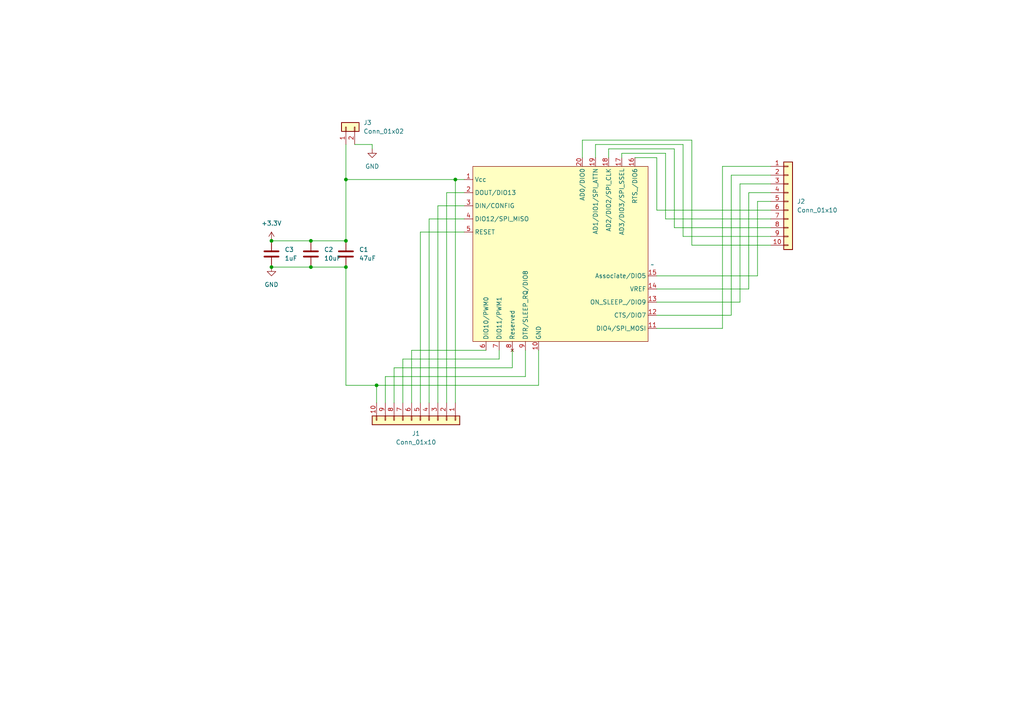
<source format=kicad_sch>
(kicad_sch
	(version 20250114)
	(generator "eeschema")
	(generator_version "9.0")
	(uuid "fe58d442-6004-4a21-ba09-1054b6f67326")
	(paper "A4")
	(lib_symbols
		(symbol "Connector_Generic:Conn_01x02"
			(pin_names
				(offset 1.016)
				(hide yes)
			)
			(exclude_from_sim no)
			(in_bom yes)
			(on_board yes)
			(property "Reference" "J"
				(at 0 2.54 0)
				(effects
					(font
						(size 1.27 1.27)
					)
				)
			)
			(property "Value" "Conn_01x02"
				(at 0 -5.08 0)
				(effects
					(font
						(size 1.27 1.27)
					)
				)
			)
			(property "Footprint" ""
				(at 0 0 0)
				(effects
					(font
						(size 1.27 1.27)
					)
					(hide yes)
				)
			)
			(property "Datasheet" "~"
				(at 0 0 0)
				(effects
					(font
						(size 1.27 1.27)
					)
					(hide yes)
				)
			)
			(property "Description" "Generic connector, single row, 01x02, script generated (kicad-library-utils/schlib/autogen/connector/)"
				(at 0 0 0)
				(effects
					(font
						(size 1.27 1.27)
					)
					(hide yes)
				)
			)
			(property "ki_keywords" "connector"
				(at 0 0 0)
				(effects
					(font
						(size 1.27 1.27)
					)
					(hide yes)
				)
			)
			(property "ki_fp_filters" "Connector*:*_1x??_*"
				(at 0 0 0)
				(effects
					(font
						(size 1.27 1.27)
					)
					(hide yes)
				)
			)
			(symbol "Conn_01x02_1_1"
				(rectangle
					(start -1.27 1.27)
					(end 1.27 -3.81)
					(stroke
						(width 0.254)
						(type default)
					)
					(fill
						(type background)
					)
				)
				(rectangle
					(start -1.27 0.127)
					(end 0 -0.127)
					(stroke
						(width 0.1524)
						(type default)
					)
					(fill
						(type none)
					)
				)
				(rectangle
					(start -1.27 -2.413)
					(end 0 -2.667)
					(stroke
						(width 0.1524)
						(type default)
					)
					(fill
						(type none)
					)
				)
				(pin passive line
					(at -5.08 0 0)
					(length 3.81)
					(name "Pin_1"
						(effects
							(font
								(size 1.27 1.27)
							)
						)
					)
					(number "1"
						(effects
							(font
								(size 1.27 1.27)
							)
						)
					)
				)
				(pin passive line
					(at -5.08 -2.54 0)
					(length 3.81)
					(name "Pin_2"
						(effects
							(font
								(size 1.27 1.27)
							)
						)
					)
					(number "2"
						(effects
							(font
								(size 1.27 1.27)
							)
						)
					)
				)
			)
			(embedded_fonts no)
		)
		(symbol "Connector_Generic:Conn_01x10"
			(pin_names
				(offset 1.016)
				(hide yes)
			)
			(exclude_from_sim no)
			(in_bom yes)
			(on_board yes)
			(property "Reference" "J"
				(at 0 12.7 0)
				(effects
					(font
						(size 1.27 1.27)
					)
				)
			)
			(property "Value" "Conn_01x10"
				(at 0 -15.24 0)
				(effects
					(font
						(size 1.27 1.27)
					)
				)
			)
			(property "Footprint" ""
				(at 0 0 0)
				(effects
					(font
						(size 1.27 1.27)
					)
					(hide yes)
				)
			)
			(property "Datasheet" "~"
				(at 0 0 0)
				(effects
					(font
						(size 1.27 1.27)
					)
					(hide yes)
				)
			)
			(property "Description" "Generic connector, single row, 01x10, script generated (kicad-library-utils/schlib/autogen/connector/)"
				(at 0 0 0)
				(effects
					(font
						(size 1.27 1.27)
					)
					(hide yes)
				)
			)
			(property "ki_keywords" "connector"
				(at 0 0 0)
				(effects
					(font
						(size 1.27 1.27)
					)
					(hide yes)
				)
			)
			(property "ki_fp_filters" "Connector*:*_1x??_*"
				(at 0 0 0)
				(effects
					(font
						(size 1.27 1.27)
					)
					(hide yes)
				)
			)
			(symbol "Conn_01x10_1_1"
				(rectangle
					(start -1.27 11.43)
					(end 1.27 -13.97)
					(stroke
						(width 0.254)
						(type default)
					)
					(fill
						(type background)
					)
				)
				(rectangle
					(start -1.27 10.287)
					(end 0 10.033)
					(stroke
						(width 0.1524)
						(type default)
					)
					(fill
						(type none)
					)
				)
				(rectangle
					(start -1.27 7.747)
					(end 0 7.493)
					(stroke
						(width 0.1524)
						(type default)
					)
					(fill
						(type none)
					)
				)
				(rectangle
					(start -1.27 5.207)
					(end 0 4.953)
					(stroke
						(width 0.1524)
						(type default)
					)
					(fill
						(type none)
					)
				)
				(rectangle
					(start -1.27 2.667)
					(end 0 2.413)
					(stroke
						(width 0.1524)
						(type default)
					)
					(fill
						(type none)
					)
				)
				(rectangle
					(start -1.27 0.127)
					(end 0 -0.127)
					(stroke
						(width 0.1524)
						(type default)
					)
					(fill
						(type none)
					)
				)
				(rectangle
					(start -1.27 -2.413)
					(end 0 -2.667)
					(stroke
						(width 0.1524)
						(type default)
					)
					(fill
						(type none)
					)
				)
				(rectangle
					(start -1.27 -4.953)
					(end 0 -5.207)
					(stroke
						(width 0.1524)
						(type default)
					)
					(fill
						(type none)
					)
				)
				(rectangle
					(start -1.27 -7.493)
					(end 0 -7.747)
					(stroke
						(width 0.1524)
						(type default)
					)
					(fill
						(type none)
					)
				)
				(rectangle
					(start -1.27 -10.033)
					(end 0 -10.287)
					(stroke
						(width 0.1524)
						(type default)
					)
					(fill
						(type none)
					)
				)
				(rectangle
					(start -1.27 -12.573)
					(end 0 -12.827)
					(stroke
						(width 0.1524)
						(type default)
					)
					(fill
						(type none)
					)
				)
				(pin passive line
					(at -5.08 10.16 0)
					(length 3.81)
					(name "Pin_1"
						(effects
							(font
								(size 1.27 1.27)
							)
						)
					)
					(number "1"
						(effects
							(font
								(size 1.27 1.27)
							)
						)
					)
				)
				(pin passive line
					(at -5.08 7.62 0)
					(length 3.81)
					(name "Pin_2"
						(effects
							(font
								(size 1.27 1.27)
							)
						)
					)
					(number "2"
						(effects
							(font
								(size 1.27 1.27)
							)
						)
					)
				)
				(pin passive line
					(at -5.08 5.08 0)
					(length 3.81)
					(name "Pin_3"
						(effects
							(font
								(size 1.27 1.27)
							)
						)
					)
					(number "3"
						(effects
							(font
								(size 1.27 1.27)
							)
						)
					)
				)
				(pin passive line
					(at -5.08 2.54 0)
					(length 3.81)
					(name "Pin_4"
						(effects
							(font
								(size 1.27 1.27)
							)
						)
					)
					(number "4"
						(effects
							(font
								(size 1.27 1.27)
							)
						)
					)
				)
				(pin passive line
					(at -5.08 0 0)
					(length 3.81)
					(name "Pin_5"
						(effects
							(font
								(size 1.27 1.27)
							)
						)
					)
					(number "5"
						(effects
							(font
								(size 1.27 1.27)
							)
						)
					)
				)
				(pin passive line
					(at -5.08 -2.54 0)
					(length 3.81)
					(name "Pin_6"
						(effects
							(font
								(size 1.27 1.27)
							)
						)
					)
					(number "6"
						(effects
							(font
								(size 1.27 1.27)
							)
						)
					)
				)
				(pin passive line
					(at -5.08 -5.08 0)
					(length 3.81)
					(name "Pin_7"
						(effects
							(font
								(size 1.27 1.27)
							)
						)
					)
					(number "7"
						(effects
							(font
								(size 1.27 1.27)
							)
						)
					)
				)
				(pin passive line
					(at -5.08 -7.62 0)
					(length 3.81)
					(name "Pin_8"
						(effects
							(font
								(size 1.27 1.27)
							)
						)
					)
					(number "8"
						(effects
							(font
								(size 1.27 1.27)
							)
						)
					)
				)
				(pin passive line
					(at -5.08 -10.16 0)
					(length 3.81)
					(name "Pin_9"
						(effects
							(font
								(size 1.27 1.27)
							)
						)
					)
					(number "9"
						(effects
							(font
								(size 1.27 1.27)
							)
						)
					)
				)
				(pin passive line
					(at -5.08 -12.7 0)
					(length 3.81)
					(name "Pin_10"
						(effects
							(font
								(size 1.27 1.27)
							)
						)
					)
					(number "10"
						(effects
							(font
								(size 1.27 1.27)
							)
						)
					)
				)
			)
			(embedded_fonts no)
		)
		(symbol "Device:C"
			(pin_numbers
				(hide yes)
			)
			(pin_names
				(offset 0.254)
			)
			(exclude_from_sim no)
			(in_bom yes)
			(on_board yes)
			(property "Reference" "C"
				(at 0.635 2.54 0)
				(effects
					(font
						(size 1.27 1.27)
					)
					(justify left)
				)
			)
			(property "Value" "C"
				(at 0.635 -2.54 0)
				(effects
					(font
						(size 1.27 1.27)
					)
					(justify left)
				)
			)
			(property "Footprint" ""
				(at 0.9652 -3.81 0)
				(effects
					(font
						(size 1.27 1.27)
					)
					(hide yes)
				)
			)
			(property "Datasheet" "~"
				(at 0 0 0)
				(effects
					(font
						(size 1.27 1.27)
					)
					(hide yes)
				)
			)
			(property "Description" "Unpolarized capacitor"
				(at 0 0 0)
				(effects
					(font
						(size 1.27 1.27)
					)
					(hide yes)
				)
			)
			(property "ki_keywords" "cap capacitor"
				(at 0 0 0)
				(effects
					(font
						(size 1.27 1.27)
					)
					(hide yes)
				)
			)
			(property "ki_fp_filters" "C_*"
				(at 0 0 0)
				(effects
					(font
						(size 1.27 1.27)
					)
					(hide yes)
				)
			)
			(symbol "C_0_1"
				(polyline
					(pts
						(xy -2.032 0.762) (xy 2.032 0.762)
					)
					(stroke
						(width 0.508)
						(type default)
					)
					(fill
						(type none)
					)
				)
				(polyline
					(pts
						(xy -2.032 -0.762) (xy 2.032 -0.762)
					)
					(stroke
						(width 0.508)
						(type default)
					)
					(fill
						(type none)
					)
				)
			)
			(symbol "C_1_1"
				(pin passive line
					(at 0 3.81 270)
					(length 2.794)
					(name "~"
						(effects
							(font
								(size 1.27 1.27)
							)
						)
					)
					(number "1"
						(effects
							(font
								(size 1.27 1.27)
							)
						)
					)
				)
				(pin passive line
					(at 0 -3.81 90)
					(length 2.794)
					(name "~"
						(effects
							(font
								(size 1.27 1.27)
							)
						)
					)
					(number "2"
						(effects
							(font
								(size 1.27 1.27)
							)
						)
					)
				)
			)
			(embedded_fonts no)
		)
		(symbol "I Swear It's Not a Swasika:XBee_Pro_THT"
			(exclude_from_sim no)
			(in_bom yes)
			(on_board yes)
			(property "Reference" "XBee"
				(at 5.08 1.27 0)
				(effects
					(font
						(size 1.27 1.27)
					)
					(hide yes)
				)
			)
			(property "Value" ""
				(at 0 0 0)
				(effects
					(font
						(size 1.27 1.27)
					)
				)
			)
			(property "Footprint" ""
				(at 0 0 0)
				(effects
					(font
						(size 1.27 1.27)
					)
					(hide yes)
				)
			)
			(property "Datasheet" ""
				(at 0 0 0)
				(effects
					(font
						(size 1.27 1.27)
					)
					(hide yes)
				)
			)
			(property "Description" ""
				(at 0 0 0)
				(effects
					(font
						(size 1.27 1.27)
					)
					(hide yes)
				)
			)
			(symbol "XBee_Pro_THT_1_0"
				(pin no_connect line
					(at -8.89 -26.67 90)
					(length 2.54)
					(name "Reserved"
						(effects
							(font
								(size 1.27 1.27)
							)
						)
					)
					(number "8"
						(effects
							(font
								(size 1.27 1.27)
							)
						)
					)
				)
				(pin bidirectional line
					(at -5.08 -26.67 90)
					(length 2.54)
					(name "DTR/SLEEP_RQ/DIO8"
						(effects
							(font
								(size 1.27 1.27)
							)
						)
					)
					(number "9"
						(effects
							(font
								(size 1.27 1.27)
							)
						)
					)
				)
				(pin power_in line
					(at -1.27 -26.67 90)
					(length 2.54)
					(name "GND"
						(effects
							(font
								(size 1.27 1.27)
							)
						)
					)
					(number "10"
						(effects
							(font
								(size 1.27 1.27)
							)
						)
					)
				)
				(pin bidirectional line
					(at 11.43 29.21 270)
					(length 2.54)
					(name "AD0/DIO0"
						(effects
							(font
								(size 1.27 1.27)
							)
						)
					)
					(number "20"
						(effects
							(font
								(size 1.27 1.27)
							)
						)
					)
				)
				(pin bidirectional line
					(at 15.24 29.21 270)
					(length 2.54)
					(name "AD1/DIO1/SPI_ATTN"
						(effects
							(font
								(size 1.27 1.27)
							)
						)
					)
					(number "19"
						(effects
							(font
								(size 1.27 1.27)
							)
						)
					)
				)
				(pin bidirectional line
					(at 19.05 29.21 270)
					(length 2.54)
					(name "AD2/DIO2/SPI_CLK"
						(effects
							(font
								(size 1.27 1.27)
							)
						)
					)
					(number "18"
						(effects
							(font
								(size 1.27 1.27)
							)
						)
					)
				)
				(pin bidirectional line
					(at 22.86 29.21 270)
					(length 2.54)
					(name "AD3/DIO3/SPI_SSEL"
						(effects
							(font
								(size 1.27 1.27)
							)
						)
					)
					(number "17"
						(effects
							(font
								(size 1.27 1.27)
							)
						)
					)
				)
				(pin bidirectional line
					(at 26.67 29.21 270)
					(length 2.54)
					(name "RTS_/DIO6"
						(effects
							(font
								(size 1.27 1.27)
							)
						)
					)
					(number "16"
						(effects
							(font
								(size 1.27 1.27)
							)
						)
					)
				)
				(pin bidirectional line
					(at 33.02 -5.08 180)
					(length 2.54)
					(name "Associate/DIO5"
						(effects
							(font
								(size 1.27 1.27)
							)
						)
					)
					(number "15"
						(effects
							(font
								(size 1.27 1.27)
							)
						)
					)
				)
				(pin input line
					(at 33.02 -8.89 180)
					(length 2.54)
					(name "VREF"
						(effects
							(font
								(size 1.27 1.27)
							)
						)
					)
					(number "14"
						(effects
							(font
								(size 1.27 1.27)
							)
						)
					)
				)
				(pin output line
					(at 33.02 -12.7 180)
					(length 2.54)
					(name "ON_SLEEP_/DIO9"
						(effects
							(font
								(size 1.27 1.27)
							)
						)
					)
					(number "13"
						(effects
							(font
								(size 1.27 1.27)
							)
						)
					)
				)
				(pin bidirectional line
					(at 33.02 -16.51 180)
					(length 2.54)
					(name "CTS/DIO7"
						(effects
							(font
								(size 1.27 1.27)
							)
						)
					)
					(number "12"
						(effects
							(font
								(size 1.27 1.27)
							)
						)
					)
				)
				(pin bidirectional line
					(at 33.02 -20.32 180)
					(length 2.54)
					(name "DIO4/SPI_MOSI"
						(effects
							(font
								(size 1.27 1.27)
							)
						)
					)
					(number "11"
						(effects
							(font
								(size 1.27 1.27)
							)
						)
					)
				)
			)
			(symbol "XBee_Pro_THT_1_1"
				(rectangle
					(start -20.32 26.67)
					(end 30.48 -24.13)
					(stroke
						(width 0)
						(type solid)
					)
					(fill
						(type background)
					)
				)
				(pin power_in line
					(at -22.86 22.86 0)
					(length 2.54)
					(name "Vcc"
						(effects
							(font
								(size 1.27 1.27)
							)
						)
					)
					(number "1"
						(effects
							(font
								(size 1.27 1.27)
							)
						)
					)
				)
				(pin bidirectional line
					(at -22.86 19.05 0)
					(length 2.54)
					(name "DOUT/DIO13"
						(effects
							(font
								(size 1.27 1.27)
							)
						)
					)
					(number "2"
						(effects
							(font
								(size 1.27 1.27)
							)
						)
					)
				)
				(pin bidirectional line
					(at -22.86 15.24 0)
					(length 2.54)
					(name "DIN/CONFIG"
						(effects
							(font
								(size 1.27 1.27)
							)
						)
					)
					(number "3"
						(effects
							(font
								(size 1.27 1.27)
							)
						)
					)
				)
				(pin bidirectional line
					(at -22.86 11.43 0)
					(length 2.54)
					(name "DIO12/SPI_MISO"
						(effects
							(font
								(size 1.27 1.27)
							)
						)
					)
					(number "4"
						(effects
							(font
								(size 1.27 1.27)
							)
						)
					)
				)
				(pin input line
					(at -22.86 7.62 0)
					(length 2.54)
					(name "RESET"
						(effects
							(font
								(size 1.27 1.27)
							)
						)
					)
					(number "5"
						(effects
							(font
								(size 1.27 1.27)
							)
						)
					)
				)
				(pin bidirectional line
					(at -16.51 -26.67 90)
					(length 2.54)
					(name "DIO10/PWM0"
						(effects
							(font
								(size 1.27 1.27)
							)
						)
					)
					(number "6"
						(effects
							(font
								(size 1.27 1.27)
							)
						)
					)
				)
				(pin bidirectional line
					(at -12.7 -26.67 90)
					(length 2.54)
					(name "DIO11/PWM1"
						(effects
							(font
								(size 1.27 1.27)
							)
						)
					)
					(number "7"
						(effects
							(font
								(size 1.27 1.27)
							)
						)
					)
				)
			)
			(embedded_fonts no)
		)
		(symbol "power:+3.3V"
			(power)
			(pin_numbers
				(hide yes)
			)
			(pin_names
				(offset 0)
				(hide yes)
			)
			(exclude_from_sim no)
			(in_bom yes)
			(on_board yes)
			(property "Reference" "#PWR"
				(at 0 -3.81 0)
				(effects
					(font
						(size 1.27 1.27)
					)
					(hide yes)
				)
			)
			(property "Value" "+3.3V"
				(at 0 3.556 0)
				(effects
					(font
						(size 1.27 1.27)
					)
				)
			)
			(property "Footprint" ""
				(at 0 0 0)
				(effects
					(font
						(size 1.27 1.27)
					)
					(hide yes)
				)
			)
			(property "Datasheet" ""
				(at 0 0 0)
				(effects
					(font
						(size 1.27 1.27)
					)
					(hide yes)
				)
			)
			(property "Description" "Power symbol creates a global label with name \"+3.3V\""
				(at 0 0 0)
				(effects
					(font
						(size 1.27 1.27)
					)
					(hide yes)
				)
			)
			(property "ki_keywords" "global power"
				(at 0 0 0)
				(effects
					(font
						(size 1.27 1.27)
					)
					(hide yes)
				)
			)
			(symbol "+3.3V_0_1"
				(polyline
					(pts
						(xy -0.762 1.27) (xy 0 2.54)
					)
					(stroke
						(width 0)
						(type default)
					)
					(fill
						(type none)
					)
				)
				(polyline
					(pts
						(xy 0 2.54) (xy 0.762 1.27)
					)
					(stroke
						(width 0)
						(type default)
					)
					(fill
						(type none)
					)
				)
				(polyline
					(pts
						(xy 0 0) (xy 0 2.54)
					)
					(stroke
						(width 0)
						(type default)
					)
					(fill
						(type none)
					)
				)
			)
			(symbol "+3.3V_1_1"
				(pin power_in line
					(at 0 0 90)
					(length 0)
					(name "~"
						(effects
							(font
								(size 1.27 1.27)
							)
						)
					)
					(number "1"
						(effects
							(font
								(size 1.27 1.27)
							)
						)
					)
				)
			)
			(embedded_fonts no)
		)
		(symbol "power:GND"
			(power)
			(pin_numbers
				(hide yes)
			)
			(pin_names
				(offset 0)
				(hide yes)
			)
			(exclude_from_sim no)
			(in_bom yes)
			(on_board yes)
			(property "Reference" "#PWR"
				(at 0 -6.35 0)
				(effects
					(font
						(size 1.27 1.27)
					)
					(hide yes)
				)
			)
			(property "Value" "GND"
				(at 0 -3.81 0)
				(effects
					(font
						(size 1.27 1.27)
					)
				)
			)
			(property "Footprint" ""
				(at 0 0 0)
				(effects
					(font
						(size 1.27 1.27)
					)
					(hide yes)
				)
			)
			(property "Datasheet" ""
				(at 0 0 0)
				(effects
					(font
						(size 1.27 1.27)
					)
					(hide yes)
				)
			)
			(property "Description" "Power symbol creates a global label with name \"GND\" , ground"
				(at 0 0 0)
				(effects
					(font
						(size 1.27 1.27)
					)
					(hide yes)
				)
			)
			(property "ki_keywords" "global power"
				(at 0 0 0)
				(effects
					(font
						(size 1.27 1.27)
					)
					(hide yes)
				)
			)
			(symbol "GND_0_1"
				(polyline
					(pts
						(xy 0 0) (xy 0 -1.27) (xy 1.27 -1.27) (xy 0 -2.54) (xy -1.27 -1.27) (xy 0 -1.27)
					)
					(stroke
						(width 0)
						(type default)
					)
					(fill
						(type none)
					)
				)
			)
			(symbol "GND_1_1"
				(pin power_in line
					(at 0 0 270)
					(length 0)
					(name "~"
						(effects
							(font
								(size 1.27 1.27)
							)
						)
					)
					(number "1"
						(effects
							(font
								(size 1.27 1.27)
							)
						)
					)
				)
			)
			(embedded_fonts no)
		)
	)
	(junction
		(at 78.74 69.85)
		(diameter 0)
		(color 0 0 0 0)
		(uuid "0e8f6fb5-7df7-4548-b91e-ba784788af31")
	)
	(junction
		(at 90.17 77.47)
		(diameter 0)
		(color 0 0 0 0)
		(uuid "4b0dbde2-7021-4dcd-b45a-5d2da7f6349b")
	)
	(junction
		(at 100.33 77.47)
		(diameter 0)
		(color 0 0 0 0)
		(uuid "69730a05-21da-4e7d-8aae-14873f116572")
	)
	(junction
		(at 100.33 69.85)
		(diameter 0)
		(color 0 0 0 0)
		(uuid "76e911b2-c2a8-46d8-9ca9-d551adcb58b0")
	)
	(junction
		(at 90.17 69.85)
		(diameter 0)
		(color 0 0 0 0)
		(uuid "779f87d1-d20c-4c43-b11b-750096d49e81")
	)
	(junction
		(at 78.74 77.47)
		(diameter 0)
		(color 0 0 0 0)
		(uuid "7a4e9921-05b3-42fe-9c99-c51bc36a184a")
	)
	(junction
		(at 100.33 52.07)
		(diameter 0)
		(color 0 0 0 0)
		(uuid "8946a567-113c-4467-8a39-dbd0226f5d94")
	)
	(junction
		(at 109.22 111.76)
		(diameter 0)
		(color 0 0 0 0)
		(uuid "adbdf30f-90e3-47bc-9cb8-9dc9559a97ca")
	)
	(junction
		(at 132.08 52.07)
		(diameter 0)
		(color 0 0 0 0)
		(uuid "fa432a7f-8956-4528-8eb9-b0f123aea51b")
	)
	(wire
		(pts
			(xy 148.59 101.6) (xy 148.59 106.68)
		)
		(stroke
			(width 0)
			(type default)
		)
		(uuid "046da797-c851-4744-ad5c-383490df919a")
	)
	(wire
		(pts
			(xy 190.5 80.01) (xy 219.71 80.01)
		)
		(stroke
			(width 0)
			(type default)
		)
		(uuid "057f840e-ac30-4197-a132-37022f53d1b3")
	)
	(wire
		(pts
			(xy 195.58 43.18) (xy 195.58 66.04)
		)
		(stroke
			(width 0)
			(type default)
		)
		(uuid "09040549-225a-4086-a176-1a57730a7d5c")
	)
	(wire
		(pts
			(xy 90.17 69.85) (xy 100.33 69.85)
		)
		(stroke
			(width 0)
			(type default)
		)
		(uuid "0a4d2f25-e50f-46fa-925c-05f0d47318f2")
	)
	(wire
		(pts
			(xy 144.78 101.6) (xy 144.78 104.14)
		)
		(stroke
			(width 0)
			(type default)
		)
		(uuid "0b8d6585-8f83-4aed-bc9f-62d897a99d26")
	)
	(wire
		(pts
			(xy 78.74 69.85) (xy 90.17 69.85)
		)
		(stroke
			(width 0)
			(type default)
		)
		(uuid "1283ecf5-053b-444d-bde7-00ebd9318ca3")
	)
	(wire
		(pts
			(xy 214.63 53.34) (xy 223.52 53.34)
		)
		(stroke
			(width 0)
			(type default)
		)
		(uuid "144b4544-4be1-40f1-8583-118715118235")
	)
	(wire
		(pts
			(xy 214.63 87.63) (xy 214.63 53.34)
		)
		(stroke
			(width 0)
			(type default)
		)
		(uuid "153e265c-1b62-4abc-8299-f7f113734186")
	)
	(wire
		(pts
			(xy 109.22 111.76) (xy 109.22 116.84)
		)
		(stroke
			(width 0)
			(type default)
		)
		(uuid "165143c3-0dae-45dd-a44d-eed59b581955")
	)
	(wire
		(pts
			(xy 209.55 95.25) (xy 209.55 48.26)
		)
		(stroke
			(width 0)
			(type default)
		)
		(uuid "17a96c7e-d6d8-40e2-bd3e-5a0358c79491")
	)
	(wire
		(pts
			(xy 217.17 83.82) (xy 217.17 55.88)
		)
		(stroke
			(width 0)
			(type default)
		)
		(uuid "17c76cb2-5286-4b72-af05-a94770a10258")
	)
	(wire
		(pts
			(xy 100.33 111.76) (xy 109.22 111.76)
		)
		(stroke
			(width 0)
			(type default)
		)
		(uuid "21ee753e-af47-42d0-9288-ce6fc145c2c8")
	)
	(wire
		(pts
			(xy 219.71 58.42) (xy 223.52 58.42)
		)
		(stroke
			(width 0)
			(type default)
		)
		(uuid "2294b8a8-01c6-4fc7-b171-9ea111920e93")
	)
	(wire
		(pts
			(xy 184.15 45.72) (xy 190.5 45.72)
		)
		(stroke
			(width 0)
			(type default)
		)
		(uuid "2531bbfd-8825-4de9-bb8a-5a95261e74f9")
	)
	(wire
		(pts
			(xy 119.38 101.6) (xy 119.38 116.84)
		)
		(stroke
			(width 0)
			(type default)
		)
		(uuid "27139620-646e-45ac-a132-9d52385f021f")
	)
	(wire
		(pts
			(xy 190.5 83.82) (xy 217.17 83.82)
		)
		(stroke
			(width 0)
			(type default)
		)
		(uuid "272abe69-5b1f-4148-beee-c85398c95e8d")
	)
	(wire
		(pts
			(xy 116.84 104.14) (xy 116.84 116.84)
		)
		(stroke
			(width 0)
			(type default)
		)
		(uuid "276ab2d7-f41f-4420-8d74-457813581fde")
	)
	(wire
		(pts
			(xy 134.62 63.5) (xy 124.46 63.5)
		)
		(stroke
			(width 0)
			(type default)
		)
		(uuid "2862b134-81a8-4a94-99c5-79154a3c7398")
	)
	(wire
		(pts
			(xy 190.5 95.25) (xy 209.55 95.25)
		)
		(stroke
			(width 0)
			(type default)
		)
		(uuid "28b4205e-b45b-44f1-84bc-55eac074d5d3")
	)
	(wire
		(pts
			(xy 176.53 43.18) (xy 195.58 43.18)
		)
		(stroke
			(width 0)
			(type default)
		)
		(uuid "31852242-da0c-49e4-9594-ac4b4bc0893b")
	)
	(wire
		(pts
			(xy 198.12 68.58) (xy 223.52 68.58)
		)
		(stroke
			(width 0)
			(type default)
		)
		(uuid "3a49add7-16a7-4351-a317-a6638ea8e45a")
	)
	(wire
		(pts
			(xy 100.33 52.07) (xy 132.08 52.07)
		)
		(stroke
			(width 0)
			(type default)
		)
		(uuid "3be304b9-609c-4c2f-97ff-f43e36142386")
	)
	(wire
		(pts
			(xy 212.09 50.8) (xy 223.52 50.8)
		)
		(stroke
			(width 0)
			(type default)
		)
		(uuid "3ce69ed9-2000-4872-ae7b-b4dad88d665c")
	)
	(wire
		(pts
			(xy 129.54 55.88) (xy 129.54 116.84)
		)
		(stroke
			(width 0)
			(type default)
		)
		(uuid "436ead85-edb6-4453-b982-b99c4b256668")
	)
	(wire
		(pts
			(xy 124.46 63.5) (xy 124.46 116.84)
		)
		(stroke
			(width 0)
			(type default)
		)
		(uuid "4731914f-5991-4602-b729-ad5d8f45a98e")
	)
	(wire
		(pts
			(xy 172.72 41.91) (xy 198.12 41.91)
		)
		(stroke
			(width 0)
			(type default)
		)
		(uuid "47617db3-7985-4299-bfba-e64e76d38544")
	)
	(wire
		(pts
			(xy 127 59.69) (xy 127 116.84)
		)
		(stroke
			(width 0)
			(type default)
		)
		(uuid "48fe164c-693b-45e3-ae90-f9e4acb901e0")
	)
	(wire
		(pts
			(xy 134.62 52.07) (xy 132.08 52.07)
		)
		(stroke
			(width 0)
			(type default)
		)
		(uuid "4b2461ab-a0a6-4f75-b9df-6ade35bedbdf")
	)
	(wire
		(pts
			(xy 100.33 77.47) (xy 100.33 111.76)
		)
		(stroke
			(width 0)
			(type default)
		)
		(uuid "4bad8220-7487-4f97-8634-8d4b2d646166")
	)
	(wire
		(pts
			(xy 217.17 55.88) (xy 223.52 55.88)
		)
		(stroke
			(width 0)
			(type default)
		)
		(uuid "4ce7b659-744c-43e3-a1ea-992a31a20287")
	)
	(wire
		(pts
			(xy 209.55 48.26) (xy 223.52 48.26)
		)
		(stroke
			(width 0)
			(type default)
		)
		(uuid "54b2c7a7-7e37-48ea-b0ab-672ff5e6c4c4")
	)
	(wire
		(pts
			(xy 134.62 59.69) (xy 127 59.69)
		)
		(stroke
			(width 0)
			(type default)
		)
		(uuid "57e24dbf-ae78-43e4-b9dd-f70d40cfa490")
	)
	(wire
		(pts
			(xy 180.34 45.72) (xy 180.34 44.45)
		)
		(stroke
			(width 0)
			(type default)
		)
		(uuid "5b71d33a-2855-4f5b-9d00-43cce4c06849")
	)
	(wire
		(pts
			(xy 190.5 45.72) (xy 190.5 60.96)
		)
		(stroke
			(width 0)
			(type default)
		)
		(uuid "6042960a-f2f4-4fff-8fd0-3173d0b77a36")
	)
	(wire
		(pts
			(xy 176.53 45.72) (xy 176.53 43.18)
		)
		(stroke
			(width 0)
			(type default)
		)
		(uuid "6295ce89-82f3-4c32-9bb5-5812fc78d329")
	)
	(wire
		(pts
			(xy 152.4 109.22) (xy 111.76 109.22)
		)
		(stroke
			(width 0)
			(type default)
		)
		(uuid "6aad87fa-8458-4cba-96d0-3a8b1584d4b0")
	)
	(wire
		(pts
			(xy 107.95 41.91) (xy 102.87 41.91)
		)
		(stroke
			(width 0)
			(type default)
		)
		(uuid "6c407643-bafc-4a92-b958-df1e8710008c")
	)
	(wire
		(pts
			(xy 100.33 69.85) (xy 100.33 52.07)
		)
		(stroke
			(width 0)
			(type default)
		)
		(uuid "712327de-6084-4eb6-ac9c-3e9832281e40")
	)
	(wire
		(pts
			(xy 168.91 45.72) (xy 168.91 40.64)
		)
		(stroke
			(width 0)
			(type default)
		)
		(uuid "772a1905-95db-4928-b7cd-abc9347578cd")
	)
	(wire
		(pts
			(xy 198.12 41.91) (xy 198.12 68.58)
		)
		(stroke
			(width 0)
			(type default)
		)
		(uuid "7dc2e7be-c772-40da-a819-2dab966aa159")
	)
	(wire
		(pts
			(xy 219.71 80.01) (xy 219.71 58.42)
		)
		(stroke
			(width 0)
			(type default)
		)
		(uuid "81b88b69-c3da-46d9-96a8-a91a03fb4e33")
	)
	(wire
		(pts
			(xy 78.74 77.47) (xy 90.17 77.47)
		)
		(stroke
			(width 0)
			(type default)
		)
		(uuid "8a26bc2e-5c84-4074-bf71-924b81c301c8")
	)
	(wire
		(pts
			(xy 195.58 66.04) (xy 223.52 66.04)
		)
		(stroke
			(width 0)
			(type default)
		)
		(uuid "8c725b33-d60c-4fc9-87a5-d59ca2cea60a")
	)
	(wire
		(pts
			(xy 200.66 40.64) (xy 200.66 71.12)
		)
		(stroke
			(width 0)
			(type default)
		)
		(uuid "9158271d-3944-4e60-ae19-71ccec9c378e")
	)
	(wire
		(pts
			(xy 156.21 101.6) (xy 156.21 111.76)
		)
		(stroke
			(width 0)
			(type default)
		)
		(uuid "939f94dc-d7b6-4e36-8874-2b254514701b")
	)
	(wire
		(pts
			(xy 107.95 43.18) (xy 107.95 41.91)
		)
		(stroke
			(width 0)
			(type default)
		)
		(uuid "9543037a-4f85-4725-9d5e-dd3f383f6b4a")
	)
	(wire
		(pts
			(xy 114.3 106.68) (xy 114.3 116.84)
		)
		(stroke
			(width 0)
			(type default)
		)
		(uuid "984bc22f-0535-41cf-8ec1-e3fc86edfb2a")
	)
	(wire
		(pts
			(xy 193.04 63.5) (xy 223.52 63.5)
		)
		(stroke
			(width 0)
			(type default)
		)
		(uuid "9a16e2f4-a1ef-4b97-8df2-7026df497f2d")
	)
	(wire
		(pts
			(xy 100.33 41.91) (xy 100.33 52.07)
		)
		(stroke
			(width 0)
			(type default)
		)
		(uuid "9e56fa3d-25aa-4fd7-bd43-ef0c63becf6a")
	)
	(wire
		(pts
			(xy 190.5 60.96) (xy 223.52 60.96)
		)
		(stroke
			(width 0)
			(type default)
		)
		(uuid "ab009601-384a-4c12-a7fd-8f0823128f02")
	)
	(wire
		(pts
			(xy 193.04 44.45) (xy 193.04 63.5)
		)
		(stroke
			(width 0)
			(type default)
		)
		(uuid "b03db602-4ff1-45cc-9751-0153ffb95f12")
	)
	(wire
		(pts
			(xy 132.08 52.07) (xy 132.08 116.84)
		)
		(stroke
			(width 0)
			(type default)
		)
		(uuid "b472017f-08c0-47b0-942a-d9a4e31677b9")
	)
	(wire
		(pts
			(xy 180.34 44.45) (xy 193.04 44.45)
		)
		(stroke
			(width 0)
			(type default)
		)
		(uuid "b7418356-044d-426f-b17c-cda8092f9308")
	)
	(wire
		(pts
			(xy 168.91 40.64) (xy 200.66 40.64)
		)
		(stroke
			(width 0)
			(type default)
		)
		(uuid "b8dc0c34-e5ac-487f-bb79-f2cc0b536801")
	)
	(wire
		(pts
			(xy 144.78 104.14) (xy 116.84 104.14)
		)
		(stroke
			(width 0)
			(type default)
		)
		(uuid "bdc77556-cb0e-4a7f-8b88-c00c0e158839")
	)
	(wire
		(pts
			(xy 172.72 45.72) (xy 172.72 41.91)
		)
		(stroke
			(width 0)
			(type default)
		)
		(uuid "be3a6405-e9af-4d72-aea2-81dea91ab1ed")
	)
	(wire
		(pts
			(xy 134.62 55.88) (xy 129.54 55.88)
		)
		(stroke
			(width 0)
			(type default)
		)
		(uuid "c44a73cb-e055-4be1-b97d-ec379f4790eb")
	)
	(wire
		(pts
			(xy 156.21 111.76) (xy 109.22 111.76)
		)
		(stroke
			(width 0)
			(type default)
		)
		(uuid "c61f0a0b-a0b6-43fc-88aa-02b9d6984ec5")
	)
	(wire
		(pts
			(xy 134.62 67.31) (xy 121.92 67.31)
		)
		(stroke
			(width 0)
			(type default)
		)
		(uuid "c9be7964-29f3-4b88-a244-c2119c9c6ec9")
	)
	(wire
		(pts
			(xy 90.17 77.47) (xy 100.33 77.47)
		)
		(stroke
			(width 0)
			(type default)
		)
		(uuid "cc024942-f7fc-4a92-beb4-f68dc640af85")
	)
	(wire
		(pts
			(xy 212.09 91.44) (xy 212.09 50.8)
		)
		(stroke
			(width 0)
			(type default)
		)
		(uuid "d097cb1f-612b-4540-8528-30881437ec14")
	)
	(wire
		(pts
			(xy 190.5 87.63) (xy 214.63 87.63)
		)
		(stroke
			(width 0)
			(type default)
		)
		(uuid "d567ce9d-5cf3-43f9-b78c-7ade0ec36b28")
	)
	(wire
		(pts
			(xy 121.92 67.31) (xy 121.92 116.84)
		)
		(stroke
			(width 0)
			(type default)
		)
		(uuid "d72104dd-2c74-4ba5-8132-b1100988c7c9")
	)
	(wire
		(pts
			(xy 148.59 106.68) (xy 114.3 106.68)
		)
		(stroke
			(width 0)
			(type default)
		)
		(uuid "dba861fb-4c03-41ae-854c-3f33b8e44f51")
	)
	(wire
		(pts
			(xy 200.66 71.12) (xy 223.52 71.12)
		)
		(stroke
			(width 0)
			(type default)
		)
		(uuid "e1d8d9f4-c020-4ca3-8ebb-87f619e6f6c2")
	)
	(wire
		(pts
			(xy 111.76 109.22) (xy 111.76 116.84)
		)
		(stroke
			(width 0)
			(type default)
		)
		(uuid "e55a96b7-18ff-4c5e-95a9-83a3053c40ed")
	)
	(wire
		(pts
			(xy 140.97 101.6) (xy 119.38 101.6)
		)
		(stroke
			(width 0)
			(type default)
		)
		(uuid "e9bb3471-4d01-4859-b89c-40d77e1fa136")
	)
	(wire
		(pts
			(xy 152.4 101.6) (xy 152.4 109.22)
		)
		(stroke
			(width 0)
			(type default)
		)
		(uuid "f07eccc4-f680-4d34-b36b-63ced908871f")
	)
	(wire
		(pts
			(xy 190.5 91.44) (xy 212.09 91.44)
		)
		(stroke
			(width 0)
			(type default)
		)
		(uuid "fa94866f-18a2-4332-9b10-90417f66aee0")
	)
	(symbol
		(lib_id "power:GND")
		(at 107.95 43.18 0)
		(unit 1)
		(exclude_from_sim no)
		(in_bom yes)
		(on_board yes)
		(dnp no)
		(fields_autoplaced yes)
		(uuid "02b37eca-efb7-4482-8ac7-9ddc1fabf278")
		(property "Reference" "#PWR03"
			(at 107.95 49.53 0)
			(effects
				(font
					(size 1.27 1.27)
				)
				(hide yes)
			)
		)
		(property "Value" "GND"
			(at 107.95 48.26 0)
			(effects
				(font
					(size 1.27 1.27)
				)
			)
		)
		(property "Footprint" ""
			(at 107.95 43.18 0)
			(effects
				(font
					(size 1.27 1.27)
				)
				(hide yes)
			)
		)
		(property "Datasheet" ""
			(at 107.95 43.18 0)
			(effects
				(font
					(size 1.27 1.27)
				)
				(hide yes)
			)
		)
		(property "Description" "Power symbol creates a global label with name \"GND\" , ground"
			(at 107.95 43.18 0)
			(effects
				(font
					(size 1.27 1.27)
				)
				(hide yes)
			)
		)
		(pin "1"
			(uuid "91579cb8-f0b7-4012-a8f9-4807ffbec7e9")
		)
		(instances
			(project "XBee Pro THT Mounting PCB"
				(path "/fe58d442-6004-4a21-ba09-1054b6f67326"
					(reference "#PWR03")
					(unit 1)
				)
			)
		)
	)
	(symbol
		(lib_id "Connector_Generic:Conn_01x02")
		(at 100.33 36.83 90)
		(unit 1)
		(exclude_from_sim no)
		(in_bom yes)
		(on_board yes)
		(dnp no)
		(fields_autoplaced yes)
		(uuid "1b6da1bf-110f-4055-add9-2f6c051b0e8c")
		(property "Reference" "J3"
			(at 105.41 35.5599 90)
			(effects
				(font
					(size 1.27 1.27)
				)
				(justify right)
			)
		)
		(property "Value" "Conn_01x02"
			(at 105.41 38.0999 90)
			(effects
				(font
					(size 1.27 1.27)
				)
				(justify right)
			)
		)
		(property "Footprint" "Connector_PinHeader_2.54mm:PinHeader_1x02_P2.54mm_Vertical"
			(at 100.33 36.83 0)
			(effects
				(font
					(size 1.27 1.27)
				)
				(hide yes)
			)
		)
		(property "Datasheet" "~"
			(at 100.33 36.83 0)
			(effects
				(font
					(size 1.27 1.27)
				)
				(hide yes)
			)
		)
		(property "Description" "Generic connector, single row, 01x02, script generated (kicad-library-utils/schlib/autogen/connector/)"
			(at 100.33 36.83 0)
			(effects
				(font
					(size 1.27 1.27)
				)
				(hide yes)
			)
		)
		(pin "1"
			(uuid "0485931f-37ab-4aee-8c50-e3aa9ed96cd9")
		)
		(pin "2"
			(uuid "486b10ec-e1b6-452c-9e21-edf705a01d06")
		)
		(instances
			(project ""
				(path "/fe58d442-6004-4a21-ba09-1054b6f67326"
					(reference "J3")
					(unit 1)
				)
			)
		)
	)
	(symbol
		(lib_id "power:+3.3V")
		(at 78.74 69.85 0)
		(unit 1)
		(exclude_from_sim no)
		(in_bom yes)
		(on_board yes)
		(dnp no)
		(fields_autoplaced yes)
		(uuid "450c84e8-a0a3-40f4-bcf6-cd67c2380679")
		(property "Reference" "#PWR01"
			(at 78.74 73.66 0)
			(effects
				(font
					(size 1.27 1.27)
				)
				(hide yes)
			)
		)
		(property "Value" "+3.3V"
			(at 78.74 64.77 0)
			(effects
				(font
					(size 1.27 1.27)
				)
			)
		)
		(property "Footprint" ""
			(at 78.74 69.85 0)
			(effects
				(font
					(size 1.27 1.27)
				)
				(hide yes)
			)
		)
		(property "Datasheet" ""
			(at 78.74 69.85 0)
			(effects
				(font
					(size 1.27 1.27)
				)
				(hide yes)
			)
		)
		(property "Description" "Power symbol creates a global label with name \"+3.3V\""
			(at 78.74 69.85 0)
			(effects
				(font
					(size 1.27 1.27)
				)
				(hide yes)
			)
		)
		(pin "1"
			(uuid "a07697cc-75a4-40dd-8197-22a3c12b77db")
		)
		(instances
			(project ""
				(path "/fe58d442-6004-4a21-ba09-1054b6f67326"
					(reference "#PWR01")
					(unit 1)
				)
			)
		)
	)
	(symbol
		(lib_id "power:GND")
		(at 78.74 77.47 0)
		(unit 1)
		(exclude_from_sim no)
		(in_bom yes)
		(on_board yes)
		(dnp no)
		(fields_autoplaced yes)
		(uuid "871df3b8-8589-4479-823c-47cc2231d09a")
		(property "Reference" "#PWR02"
			(at 78.74 83.82 0)
			(effects
				(font
					(size 1.27 1.27)
				)
				(hide yes)
			)
		)
		(property "Value" "GND"
			(at 78.74 82.55 0)
			(effects
				(font
					(size 1.27 1.27)
				)
			)
		)
		(property "Footprint" ""
			(at 78.74 77.47 0)
			(effects
				(font
					(size 1.27 1.27)
				)
				(hide yes)
			)
		)
		(property "Datasheet" ""
			(at 78.74 77.47 0)
			(effects
				(font
					(size 1.27 1.27)
				)
				(hide yes)
			)
		)
		(property "Description" "Power symbol creates a global label with name \"GND\" , ground"
			(at 78.74 77.47 0)
			(effects
				(font
					(size 1.27 1.27)
				)
				(hide yes)
			)
		)
		(pin "1"
			(uuid "ed171852-75c4-4d7d-8449-9dd8e93cdf03")
		)
		(instances
			(project ""
				(path "/fe58d442-6004-4a21-ba09-1054b6f67326"
					(reference "#PWR02")
					(unit 1)
				)
			)
		)
	)
	(symbol
		(lib_id "I Swear It's Not a Swasika:XBee_Pro_THT")
		(at 157.48 74.93 0)
		(unit 1)
		(exclude_from_sim no)
		(in_bom yes)
		(on_board yes)
		(dnp no)
		(fields_autoplaced yes)
		(uuid "b790c55d-fd16-46c2-be22-3930056285d8")
		(property "Reference" "XBee1"
			(at 162.56 73.66 0)
			(effects
				(font
					(size 1.27 1.27)
				)
				(hide yes)
			)
		)
		(property "Value" "~"
			(at 189.23 76.7649 0)
			(effects
				(font
					(size 1.27 1.27)
				)
			)
		)
		(property "Footprint" "Footprint Fetish:XBee Pro THT Double"
			(at 157.48 74.93 0)
			(effects
				(font
					(size 1.27 1.27)
				)
				(hide yes)
			)
		)
		(property "Datasheet" ""
			(at 157.48 74.93 0)
			(effects
				(font
					(size 1.27 1.27)
				)
				(hide yes)
			)
		)
		(property "Description" ""
			(at 157.48 74.93 0)
			(effects
				(font
					(size 1.27 1.27)
				)
				(hide yes)
			)
		)
		(pin "4"
			(uuid "3475178e-666a-4050-8901-b2b5a9c9c7db")
		)
		(pin "6"
			(uuid "d54fa1e2-da0c-46c6-b706-e6ebd0c986b1")
		)
		(pin "19"
			(uuid "46885f21-7499-4677-a07c-3cc3da4080be")
		)
		(pin "11"
			(uuid "5aeafbdc-b9ae-4e5a-bfd6-a56bc453f0ce")
		)
		(pin "8"
			(uuid "250a2fd0-24db-4ce3-a9af-03222357e3fd")
		)
		(pin "13"
			(uuid "2a6fddfa-a300-4872-96dd-13eda1c9920c")
		)
		(pin "3"
			(uuid "7b9505a5-f457-43a1-af15-1728ae40f71e")
		)
		(pin "20"
			(uuid "242bb98f-44cc-4e91-a7e5-b89f01418744")
		)
		(pin "18"
			(uuid "bdbd77ae-4f0d-416f-af19-059da61b3b6c")
		)
		(pin "10"
			(uuid "46cf115a-7c3f-4342-ab57-16f341807429")
		)
		(pin "17"
			(uuid "db21e5a4-7c14-4774-a71b-4faa2108ffb2")
		)
		(pin "16"
			(uuid "3196edc7-280e-40e2-a197-62696974bbe2")
		)
		(pin "15"
			(uuid "6b1f0259-cb5e-4c3c-9f33-76bd427ce71c")
		)
		(pin "14"
			(uuid "3c2b9ae4-39a9-4786-b9d9-916038a7ea96")
		)
		(pin "12"
			(uuid "865e3a18-2f4c-45a7-9996-017c3e7db9a6")
		)
		(pin "1"
			(uuid "167af4c5-f425-4103-a498-034451a7a7e2")
		)
		(pin "2"
			(uuid "ade9197b-b42b-497c-9b1d-8d76cf4e0f99")
		)
		(pin "9"
			(uuid "a4ede412-c5cb-454e-95c4-8fbdf272b747")
		)
		(pin "5"
			(uuid "275abab2-6ddf-4f29-aa8a-192469a1605f")
		)
		(pin "7"
			(uuid "16a850e5-eb7f-4bcf-afdf-4a27c306c1b3")
		)
		(instances
			(project ""
				(path "/fe58d442-6004-4a21-ba09-1054b6f67326"
					(reference "XBee1")
					(unit 1)
				)
			)
		)
	)
	(symbol
		(lib_id "Connector_Generic:Conn_01x10")
		(at 121.92 121.92 270)
		(unit 1)
		(exclude_from_sim no)
		(in_bom yes)
		(on_board yes)
		(dnp no)
		(fields_autoplaced yes)
		(uuid "bd70e3e4-67bf-44e8-8a7b-fe61d3554bc7")
		(property "Reference" "J1"
			(at 120.65 125.73 90)
			(effects
				(font
					(size 1.27 1.27)
				)
			)
		)
		(property "Value" "Conn_01x10"
			(at 120.65 128.27 90)
			(effects
				(font
					(size 1.27 1.27)
				)
			)
		)
		(property "Footprint" "Connector_PinHeader_2.54mm:PinHeader_1x10_P2.54mm_Vertical"
			(at 121.92 121.92 0)
			(effects
				(font
					(size 1.27 1.27)
				)
				(hide yes)
			)
		)
		(property "Datasheet" "~"
			(at 121.92 121.92 0)
			(effects
				(font
					(size 1.27 1.27)
				)
				(hide yes)
			)
		)
		(property "Description" "Generic connector, single row, 01x10, script generated (kicad-library-utils/schlib/autogen/connector/)"
			(at 121.92 121.92 0)
			(effects
				(font
					(size 1.27 1.27)
				)
				(hide yes)
			)
		)
		(pin "2"
			(uuid "f21fc314-7514-4059-ad90-cac64671eaf6")
		)
		(pin "7"
			(uuid "352f101c-26c4-41a6-8372-f0bad3b312f1")
		)
		(pin "1"
			(uuid "d00efcc6-e9c3-493d-b581-f12e1aebdd58")
		)
		(pin "3"
			(uuid "d9b5d6de-82c8-4134-a6e8-959dad1ed6ec")
		)
		(pin "10"
			(uuid "d2ae1274-f95d-40f3-b69e-bd0f440c57dd")
		)
		(pin "4"
			(uuid "72e3aa77-cd7f-46d4-88e4-f031edc39280")
		)
		(pin "5"
			(uuid "d47c68aa-305d-485c-9c3c-1287d6bea0aa")
		)
		(pin "8"
			(uuid "89db403c-fc16-48b6-bcc4-ce63a2fa13e2")
		)
		(pin "6"
			(uuid "1f77b59d-384c-4d84-976c-7196052abf07")
		)
		(pin "9"
			(uuid "79c0b1e9-7883-4728-b59a-7cab992cc6f4")
		)
		(instances
			(project ""
				(path "/fe58d442-6004-4a21-ba09-1054b6f67326"
					(reference "J1")
					(unit 1)
				)
			)
		)
	)
	(symbol
		(lib_id "Connector_Generic:Conn_01x10")
		(at 228.6 58.42 0)
		(unit 1)
		(exclude_from_sim no)
		(in_bom yes)
		(on_board yes)
		(dnp no)
		(fields_autoplaced yes)
		(uuid "beb4ebe3-ee42-4b9f-b345-d600777483f1")
		(property "Reference" "J2"
			(at 231.14 58.4199 0)
			(effects
				(font
					(size 1.27 1.27)
				)
				(justify left)
			)
		)
		(property "Value" "Conn_01x10"
			(at 231.14 60.9599 0)
			(effects
				(font
					(size 1.27 1.27)
				)
				(justify left)
			)
		)
		(property "Footprint" "Connector_PinHeader_2.54mm:PinHeader_1x10_P2.54mm_Vertical"
			(at 228.6 58.42 0)
			(effects
				(font
					(size 1.27 1.27)
				)
				(hide yes)
			)
		)
		(property "Datasheet" "~"
			(at 228.6 58.42 0)
			(effects
				(font
					(size 1.27 1.27)
				)
				(hide yes)
			)
		)
		(property "Description" "Generic connector, single row, 01x10, script generated (kicad-library-utils/schlib/autogen/connector/)"
			(at 228.6 58.42 0)
			(effects
				(font
					(size 1.27 1.27)
				)
				(hide yes)
			)
		)
		(pin "2"
			(uuid "5a9c0dc2-8fea-42d0-a0cc-b64a952f38b2")
		)
		(pin "7"
			(uuid "d7a87670-c05b-4822-a716-fb0f4ed2cbe1")
		)
		(pin "1"
			(uuid "caddd050-3065-4e59-8301-adf2ab3482c3")
		)
		(pin "3"
			(uuid "15a10375-b7a7-4412-8927-0f403df7457a")
		)
		(pin "10"
			(uuid "d24dd218-e429-4069-9a64-62c8bf140bb3")
		)
		(pin "4"
			(uuid "1f15c73c-276f-4f8c-b136-006eaa01017f")
		)
		(pin "5"
			(uuid "24b63d2e-9568-4aa4-a923-f9c48285543e")
		)
		(pin "8"
			(uuid "44ec7e39-a272-4f23-ac73-c098ee3d0996")
		)
		(pin "6"
			(uuid "0a802dca-ea0e-4593-81e9-5b5986e83dd7")
		)
		(pin "9"
			(uuid "1771bf0b-63d0-40eb-bd1a-db0b20345e5c")
		)
		(instances
			(project "XBee Pro THT Mounting PCB"
				(path "/fe58d442-6004-4a21-ba09-1054b6f67326"
					(reference "J2")
					(unit 1)
				)
			)
		)
	)
	(symbol
		(lib_id "Device:C")
		(at 100.33 73.66 0)
		(unit 1)
		(exclude_from_sim no)
		(in_bom yes)
		(on_board yes)
		(dnp no)
		(fields_autoplaced yes)
		(uuid "c31f582b-7883-44da-ae47-a862850b2022")
		(property "Reference" "C1"
			(at 104.14 72.3899 0)
			(effects
				(font
					(size 1.27 1.27)
				)
				(justify left)
			)
		)
		(property "Value" "47uF"
			(at 104.14 74.9299 0)
			(effects
				(font
					(size 1.27 1.27)
				)
				(justify left)
			)
		)
		(property "Footprint" "Capacitor_SMD:C_1210_3225Metric_Pad1.33x2.70mm_HandSolder"
			(at 101.2952 77.47 0)
			(effects
				(font
					(size 1.27 1.27)
				)
				(hide yes)
			)
		)
		(property "Datasheet" "~"
			(at 100.33 73.66 0)
			(effects
				(font
					(size 1.27 1.27)
				)
				(hide yes)
			)
		)
		(property "Description" "Unpolarized capacitor"
			(at 100.33 73.66 0)
			(effects
				(font
					(size 1.27 1.27)
				)
				(hide yes)
			)
		)
		(pin "1"
			(uuid "0f4ac6e9-a8b8-46ca-9515-194e1452c953")
		)
		(pin "2"
			(uuid "9e2aba1f-02ee-4fae-8c9c-69d5edd23b3b")
		)
		(instances
			(project ""
				(path "/fe58d442-6004-4a21-ba09-1054b6f67326"
					(reference "C1")
					(unit 1)
				)
			)
		)
	)
	(symbol
		(lib_id "Device:C")
		(at 90.17 73.66 0)
		(unit 1)
		(exclude_from_sim no)
		(in_bom yes)
		(on_board yes)
		(dnp no)
		(fields_autoplaced yes)
		(uuid "eb1e4ec1-b05b-4733-b396-bf63dab28258")
		(property "Reference" "C2"
			(at 93.98 72.3899 0)
			(effects
				(font
					(size 1.27 1.27)
				)
				(justify left)
			)
		)
		(property "Value" "10uF"
			(at 93.98 74.9299 0)
			(effects
				(font
					(size 1.27 1.27)
				)
				(justify left)
			)
		)
		(property "Footprint" "Capacitor_SMD:C_1210_3225Metric_Pad1.33x2.70mm_HandSolder"
			(at 91.1352 77.47 0)
			(effects
				(font
					(size 1.27 1.27)
				)
				(hide yes)
			)
		)
		(property "Datasheet" "~"
			(at 90.17 73.66 0)
			(effects
				(font
					(size 1.27 1.27)
				)
				(hide yes)
			)
		)
		(property "Description" "Unpolarized capacitor"
			(at 90.17 73.66 0)
			(effects
				(font
					(size 1.27 1.27)
				)
				(hide yes)
			)
		)
		(pin "1"
			(uuid "31c0604a-6412-4eb6-a512-988f2789f5b0")
		)
		(pin "2"
			(uuid "ecff9160-757f-4de2-8db7-fbe85163be2e")
		)
		(instances
			(project "XBee Pro THT Mounting PCB"
				(path "/fe58d442-6004-4a21-ba09-1054b6f67326"
					(reference "C2")
					(unit 1)
				)
			)
		)
	)
	(symbol
		(lib_id "Device:C")
		(at 78.74 73.66 0)
		(unit 1)
		(exclude_from_sim no)
		(in_bom yes)
		(on_board yes)
		(dnp no)
		(fields_autoplaced yes)
		(uuid "f7cee47e-a221-4d67-ae1e-66806b1ef54c")
		(property "Reference" "C3"
			(at 82.55 72.3899 0)
			(effects
				(font
					(size 1.27 1.27)
				)
				(justify left)
			)
		)
		(property "Value" "1uF"
			(at 82.55 74.9299 0)
			(effects
				(font
					(size 1.27 1.27)
				)
				(justify left)
			)
		)
		(property "Footprint" "Capacitor_SMD:C_1210_3225Metric_Pad1.33x2.70mm_HandSolder"
			(at 79.7052 77.47 0)
			(effects
				(font
					(size 1.27 1.27)
				)
				(hide yes)
			)
		)
		(property "Datasheet" "~"
			(at 78.74 73.66 0)
			(effects
				(font
					(size 1.27 1.27)
				)
				(hide yes)
			)
		)
		(property "Description" "Unpolarized capacitor"
			(at 78.74 73.66 0)
			(effects
				(font
					(size 1.27 1.27)
				)
				(hide yes)
			)
		)
		(pin "1"
			(uuid "d95ed2f7-f396-4688-8953-067e6df7acc4")
		)
		(pin "2"
			(uuid "4a57fe9b-1aec-4c2a-b69e-0c03cab4d11c")
		)
		(instances
			(project "XBee Pro THT Mounting PCB"
				(path "/fe58d442-6004-4a21-ba09-1054b6f67326"
					(reference "C3")
					(unit 1)
				)
			)
		)
	)
	(sheet_instances
		(path "/"
			(page "1")
		)
	)
	(embedded_fonts no)
)

</source>
